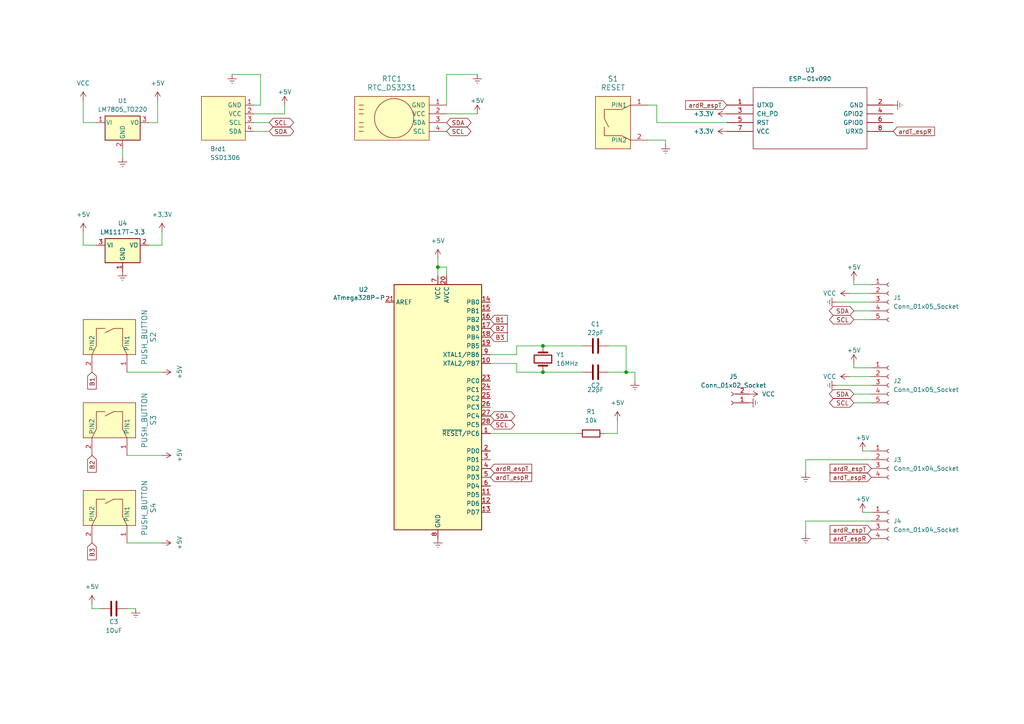
<source format=kicad_sch>
(kicad_sch (version 20230121) (generator eeschema)
  (paper "A4")
  (lib_symbols
    (symbol "Connector:Conn_01x02_Socket" (pin_names (offset 1.016) hide)
      (property "Reference" "J" (at 0 2.54 0))
      (property "Value" "Conn_01x02_Socket" (at 0 -5.08 0))
      (symbol "Conn_01x02_Socket_1_1"
        (arc (start 0 -2.032) (mid -0.5058 -2.54) (end 0 -3.048) (stroke (width 0.1524)))
        (polyline (pts (xy -1.27 -2.54) (xy -0.508 -2.54)) (stroke (width 0.1524)))
        (polyline (pts (xy -1.27 0) (xy -0.508 0)) (stroke (width 0.1524)))
        (arc (start 0 0.508) (mid -0.5058 0) (end 0 -0.508) (stroke (width 0.1524)))
        (pin passive line (at -5.08 0 0) (length 3.81) (name "Pin_1") (number "1"))
        (pin passive line (at -5.08 -2.54 0) (length 3.81) (name "Pin_2") (number "2"))
      )
    )
    (symbol "Connector:Conn_01x04_Socket" (pin_names (offset 1.016) hide)
      (property "Reference" "J" (at 0 5.08 0))
      (property "Value" "Conn_01x04_Socket" (at 0 -7.62 0))
      (symbol "Conn_01x04_Socket_1_1"
        (arc (start 0 -4.572) (mid -0.5058 -5.08) (end 0 -5.588) (stroke (width 0.1524)))
        (arc (start 0 -2.032) (mid -0.5058 -2.54) (end 0 -3.048) (stroke (width 0.1524)))
        (polyline (pts (xy -1.27 -5.08) (xy -0.508 -5.08)) (stroke (width 0.1524)))
        (polyline (pts (xy -1.27 -2.54) (xy -0.508 -2.54)) (stroke (width 0.1524)))
        (polyline (pts (xy -1.27 0) (xy -0.508 0)) (stroke (width 0.1524)))
        (polyline (pts (xy -1.27 2.54) (xy -0.508 2.54)) (stroke (width 0.1524)))
        (arc (start 0 0.508) (mid -0.5058 0) (end 0 -0.508) (stroke (width 0.1524)))
        (arc (start 0 3.048) (mid -0.5058 2.54) (end 0 2.032) (stroke (width 0.1524)))
        (pin passive line (at -5.08 2.54 0) (length 3.81) (name "Pin_1") (number "1"))
        (pin passive line (at -5.08 0 0) (length 3.81) (name "Pin_2") (number "2"))
        (pin passive line (at -5.08 -2.54 0) (length 3.81) (name "Pin_3") (number "3"))
        (pin passive line (at -5.08 -5.08 0) (length 3.81) (name "Pin_4") (number "4"))
      )
    )
    (symbol "Connector:Conn_01x05_Socket" (pin_names (offset 1.016) hide)
      (property "Reference" "J" (at 0 7.62 0))
      (property "Value" "Conn_01x05_Socket" (at 0 -7.62 0))
      (symbol "Conn_01x05_Socket_1_1"
        (arc (start 0 -4.572) (mid -0.5058 -5.08) (end 0 -5.588) (stroke (width 0.1524)))
        (arc (start 0 -2.032) (mid -0.5058 -2.54) (end 0 -3.048) (stroke (width 0.1524)))
        (polyline (pts (xy -1.27 -5.08) (xy -0.508 -5.08)) (stroke (width 0.1524)))
        (polyline (pts (xy -1.27 -2.54) (xy -0.508 -2.54)) (stroke (width 0.1524)))
        (polyline (pts (xy -1.27 0) (xy -0.508 0)) (stroke (width 0.1524)))
        (polyline (pts (xy -1.27 2.54) (xy -0.508 2.54)) (stroke (width 0.1524)))
        (polyline (pts (xy -1.27 5.08) (xy -0.508 5.08)) (stroke (width 0.1524)))
        (arc (start 0 0.508) (mid -0.5058 0) (end 0 -0.508) (stroke (width 0.1524)))
        (arc (start 0 3.048) (mid -0.5058 2.54) (end 0 2.032) (stroke (width 0.1524)))
        (arc (start 0 5.588) (mid -0.5058 5.08) (end 0 4.572) (stroke (width 0.1524)))
        (pin passive line (at -5.08 5.08 0) (length 3.81) (name "Pin_1") (number "1"))
        (pin passive line (at -5.08 2.54 0) (length 3.81) (name "Pin_2") (number "2"))
        (pin passive line (at -5.08 0 0) (length 3.81) (name "Pin_3") (number "3"))
        (pin passive line (at -5.08 -2.54 0) (length 3.81) (name "Pin_4") (number "4"))
        (pin passive line (at -5.08 -5.08 0) (length 3.81) (name "Pin_5") (number "5"))
      )
    )
    (symbol "Device:C" (pin_numbers hide) (pin_names (offset 0.254))
      (property "Reference" "C" (at 0.635 2.54 0))
      (property "Value" "C" (at 0.635 -2.54 0))
      (symbol "C_0_1"
        (polyline (pts (xy -2.032 -0.762) (xy 2.032 -0.762)) (stroke (width 0.508)))
        (polyline (pts (xy -2.032 0.762) (xy 2.032 0.762)) (stroke (width 0.508)))
      )
      (symbol "C_1_1"
        (pin passive line (at 0 3.81 270) (length 2.794) (name "~") (number "1"))
        (pin passive line (at 0 -3.81 90) (length 2.794) (name "~") (number "2"))
      )
    )
    (symbol "Device:Crystal" (pin_numbers hide) (pin_names (offset 1.016) hide)
      (property "Reference" "Y" (at 0 3.81 0))
      (property "Value" "Crystal" (at 0 -3.81 0))
      (symbol "Crystal_0_1"
        (rectangle (start -1.143 2.54) (end 1.143 -2.54) (stroke (width 0.3048)))
        (polyline (pts (xy -2.54 0) (xy -1.905 0)))
        (polyline (pts (xy -1.905 -1.27) (xy -1.905 1.27)) (stroke (width 0.508)))
        (polyline (pts (xy 1.905 -1.27) (xy 1.905 1.27)) (stroke (width 0.508)))
        (polyline (pts (xy 2.54 0) (xy 1.905 0)))
      )
      (symbol "Crystal_1_1"
        (pin passive line (at -3.81 0 0) (length 1.27) (name "1") (number "1"))
        (pin passive line (at 3.81 0 180) (length 1.27) (name "2") (number "2"))
      )
    )
    (symbol "Device:R" (pin_numbers hide) (pin_names (offset 0))
      (property "Reference" "R" (at 2.032 0 90))
      (property "Value" "R" (at 0 0 90))
      (symbol "R_0_1"
        (rectangle (start -1.016 -2.54) (end 1.016 2.54) (stroke (width 0.254)))
      )
      (symbol "R_1_1"
        (pin passive line (at 0 3.81 270) (length 1.27) (name "~") (number "1"))
        (pin passive line (at 0 -3.81 90) (length 1.27) (name "~") (number "2"))
      )
    )
    (symbol "ESP8266:ESP-01v090" (pin_names (offset 1.016))
      (property "Reference" "U" (at 0 -2.54 0))
      (property "Value" "ESP-01v090" (at 0 2.54 0))
      (symbol "ESP-01v090_1_0"
        (rectangle (start -16.51 -8.89) (end 16.51 8.89))
      )
      (symbol "ESP-01v090_1_1"
        (pin output line (at -24.13 3.81 0) (length 7.62) (name "UTXD") (number "1"))
        (pin power_in line (at 24.13 3.81 180) (length 7.62) (name "GND") (number "2"))
        (pin input line (at -24.13 1.27 0) (length 7.62) (name "CH_PD") (number "3"))
        (pin tri_state line (at 24.13 1.27 180) (length 7.62) (name "GPIO2") (number "4"))
        (pin input line (at -24.13 -1.27 0) (length 7.62) (name "RST") (number "5"))
        (pin tri_state line (at 24.13 -1.27 180) (length 7.62) (name "GPIO0") (number "6"))
        (pin power_in line (at -24.13 -3.81 0) (length 7.62) (name "VCC") (number "7"))
        (pin input line (at 24.13 -3.81 180) (length 7.62) (name "URXD") (number "8"))
      )
    )
    (symbol "MCU_Microchip_ATmega:ATmega328P-P"
      (property "Reference" "U" (at -12.7 36.83 0))
      (property "Value" "ATmega328P-P" (at 2.54 -36.83 0))
      (symbol "ATmega328P-P_0_1"
        (rectangle (start -12.7 -35.56) (end 12.7 35.56) (stroke (width 0.254)) (fill (type background)))
      )
      (symbol "ATmega328P-P_1_1"
        (pin bidirectional line (at 15.24 -7.62 180) (length 2.54) (name "~{RESET}/PC6") (number "1"))
        (pin bidirectional line (at 15.24 12.7 180) (length 2.54) (name "XTAL2/PB7") (number "10"))
        (pin bidirectional line (at 15.24 -25.4 180) (length 2.54) (name "PD5") (number "11"))
        (pin bidirectional line (at 15.24 -27.94 180) (length 2.54) (name "PD6") (number "12"))
        (pin bidirectional line (at 15.24 -30.48 180) (length 2.54) (name "PD7") (number "13"))
        (pin bidirectional line (at 15.24 30.48 180) (length 2.54) (name "PB0") (number "14"))
        (pin bidirectional line (at 15.24 27.94 180) (length 2.54) (name "PB1") (number "15"))
        (pin bidirectional line (at 15.24 25.4 180) (length 2.54) (name "PB2") (number "16"))
        (pin bidirectional line (at 15.24 22.86 180) (length 2.54) (name "PB3") (number "17"))
        (pin bidirectional line (at 15.24 20.32 180) (length 2.54) (name "PB4") (number "18"))
        (pin bidirectional line (at 15.24 17.78 180) (length 2.54) (name "PB5") (number "19"))
        (pin bidirectional line (at 15.24 -12.7 180) (length 2.54) (name "PD0") (number "2"))
        (pin power_in line (at 2.54 38.1 270) (length 2.54) (name "AVCC") (number "20"))
        (pin passive line (at -15.24 30.48 0) (length 2.54) (name "AREF") (number "21"))
        (pin passive line (at 0 -38.1 90) (length 2.54) hide (name "GND") (number "22"))
        (pin bidirectional line (at 15.24 7.62 180) (length 2.54) (name "PC0") (number "23"))
        (pin bidirectional line (at 15.24 5.08 180) (length 2.54) (name "PC1") (number "24"))
        (pin bidirectional line (at 15.24 2.54 180) (length 2.54) (name "PC2") (number "25"))
        (pin bidirectional line (at 15.24 0 180) (length 2.54) (name "PC3") (number "26"))
        (pin bidirectional line (at 15.24 -2.54 180) (length 2.54) (name "PC4") (number "27"))
        (pin bidirectional line (at 15.24 -5.08 180) (length 2.54) (name "PC5") (number "28"))
        (pin bidirectional line (at 15.24 -15.24 180) (length 2.54) (name "PD1") (number "3"))
        (pin bidirectional line (at 15.24 -17.78 180) (length 2.54) (name "PD2") (number "4"))
        (pin bidirectional line (at 15.24 -20.32 180) (length 2.54) (name "PD3") (number "5"))
        (pin bidirectional line (at 15.24 -22.86 180) (length 2.54) (name "PD4") (number "6"))
        (pin power_in line (at 0 38.1 270) (length 2.54) (name "VCC") (number "7"))
        (pin power_in line (at 0 -38.1 90) (length 2.54) (name "GND") (number "8"))
        (pin bidirectional line (at 15.24 15.24 180) (length 2.54) (name "XTAL1/PB6") (number "9"))
      )
    )
    (symbol "Regulator_Linear:LM1117T-3.3"
      (property "Reference" "U" (at -3.81 3.175 0))
      (property "Value" "LM1117T-3.3" (at 0 3.175 0))
      (symbol "LM1117T-3.3_0_1"
        (rectangle (start -5.08 -5.08) (end 5.08 1.905) (stroke (width 0.254)) (fill (type background)))
      )
      (symbol "LM1117T-3.3_1_1"
        (pin power_in line (at 0 -7.62 90) (length 2.54) (name "GND") (number "1"))
        (pin power_out line (at 7.62 0 180) (length 2.54) (name "VO") (number "2"))
        (pin power_in line (at -7.62 0 0) (length 2.54) (name "VI") (number "3"))
      )
    )
    (symbol "Regulator_Linear:LM7805_TO220" (pin_names (offset 0.254))
      (property "Reference" "U" (at -3.81 3.175 0))
      (property "Value" "LM7805_TO220" (at 0 3.175 0))
      (symbol "LM7805_TO220_0_1"
        (rectangle (start -5.08 1.905) (end 5.08 -5.08) (stroke (width 0.254)) (fill (type background)))
      )
      (symbol "LM7805_TO220_1_1"
        (pin power_in line (at -7.62 0 0) (length 2.54) (name "VI") (number "1"))
        (pin power_in line (at 0 -7.62 90) (length 2.54) (name "GND") (number "2"))
        (pin power_out line (at 7.62 0 180) (length 2.54) (name "VO") (number "3"))
      )
    )
    (symbol "SSD1306-128x64_OLED:SSD1306" (pin_names (offset 1.016))
      (property "Reference" "Brd" (at 0 -3.81 0))
      (property "Value" "SSD1306" (at 0 -1.27 0))
      (symbol "SSD1306_0_1"
        (rectangle (start -6.35 6.35) (end 6.35 -6.35) (fill (type background)))
      )
      (symbol "SSD1306_1_1"
        (pin input line (at -3.81 8.89 270) (length 2.54) (name "GND") (number "1"))
        (pin input line (at -1.27 8.89 270) (length 2.54) (name "VCC") (number "2"))
        (pin input line (at 1.27 8.89 270) (length 2.54) (name "SCL") (number "3"))
        (pin input line (at 3.81 8.89 270) (length 2.54) (name "SDA") (number "4"))
      )
    )
    (symbol "megasaturnv_custom_components:PUSH_BUTTON" (pin_names (offset 1.016))
      (property "Reference" "S" (at 0 -6.35 0))
      (property "Value" "PUSH_BUTTON" (at 0 -3.81 0))
      (symbol "PUSH_BUTTON_0_1"
        (rectangle (start -7.62 7.62) (end 7.62 -2.54) (fill (type background)))
        (polyline (pts (xy -3.81 5.08) (xy -5.08 7.62)))
        (polyline (pts (xy -1.27 0) (xy 1.27 1.27)))
        (polyline (pts (xy 3.81 5.08) (xy 5.08 7.62)))
        (polyline (pts (xy -3.81 5.08) (xy -3.81 0) (xy -1.27 0)))
        (polyline (pts (xy 1.27 0) (xy 3.81 0) (xy 3.81 5.08)))
      )
      (symbol "PUSH_BUTTON_1_1"
        (pin bidirectional line (at -5.08 12.7 270) (length 5.08) (name "PIN1") (number "1"))
        (pin bidirectional line (at 5.08 12.7 270) (length 5.08) (name "PIN2") (number "2"))
      )
    )
    (symbol "megasaturnv_custom_components:RTC_DS3231" (pin_names (offset 1.016))
      (property "Reference" "RTC" (at 0 -6.35 0))
      (property "Value" "RTC_DS3231" (at 0 8.89 0))
      (symbol "RTC_DS3231_0_1"
        (rectangle (start -11.43 7.62) (end 10.16 -5.08) (fill (type background)))
        (polyline (pts (xy -10.16 -2.54) (xy -8.89 -2.54)))
        (polyline (pts (xy -10.16 -1.27) (xy -8.89 -1.27)))
        (polyline (pts (xy -10.16 0) (xy -8.89 0)))
        (polyline (pts (xy -10.16 2.54) (xy -8.89 2.54)))
        (polyline (pts (xy -10.16 3.81) (xy -8.89 3.81)))
        (polyline (pts (xy -10.16 5.08) (xy -8.89 5.08)))
        (circle (center 0 1.27) (radius 5.6896))
      )
      (symbol "RTC_DS3231_1_1"
        (pin power_in line (at 15.24 5.08 180) (length 5.08) (name "GND") (number "1"))
        (pin power_in line (at 15.24 2.54 180) (length 5.08) (name "VCC") (number "2"))
        (pin bidirectional line (at 15.24 0 180) (length 5.08) (name "SDA") (number "3"))
        (pin input line (at 15.24 -2.54 180) (length 5.08) (name "SCL") (number "4"))
      )
    )
    (symbol "power:+3.3V" (power) (pin_names (offset 0))
      (property "Value" "+3.3V" (at 0 3.556 0))
      (symbol "+3.3V_0_1"
        (polyline (pts (xy -0.762 1.27) (xy 0 2.54)))
        (polyline (pts (xy 0 0) (xy 0 2.54)))
        (polyline (pts (xy 0 2.54) (xy 0.762 1.27)))
      )
      (symbol "+3.3V_1_1"
        (pin power_in line (at 0 0 90) (length 0) hide (name "+3.3V") (number "1"))
      )
    )
    (symbol "power:+5V" (power) (pin_names (offset 0))
      (property "Value" "+5V" (at 0 3.556 0))
      (symbol "+5V_0_1"
        (polyline (pts (xy -0.762 1.27) (xy 0 2.54)))
        (polyline (pts (xy 0 0) (xy 0 2.54)))
        (polyline (pts (xy 0 2.54) (xy 0.762 1.27)))
      )
      (symbol "+5V_1_1"
        (pin power_in line (at 0 0 90) (length 0) hide (name "+5V") (number "1"))
      )
    )
    (symbol "power:Earth" (power) (pin_names (offset 0))
      (symbol "Earth_0_1"
        (polyline (pts (xy -0.635 -1.905) (xy 0.635 -1.905)))
        (polyline (pts (xy -0.127 -2.54) (xy 0.127 -2.54)))
        (polyline (pts (xy 0 -1.27) (xy 0 0)))
        (polyline (pts (xy 1.27 -1.27) (xy -1.27 -1.27)))
      )
      (symbol "Earth_1_1"
        (pin power_in line (at 0 0 270) (length 0) hide (name "Earth") (number "1"))
      )
    )
    (symbol "power:VCC" (power) (pin_names (offset 0))
      (property "Value" "VCC" (at 0 3.81 0))
      (symbol "VCC_0_1"
        (polyline (pts (xy -0.762 1.27) (xy 0 2.54)))
        (polyline (pts (xy 0 0) (xy 0 2.54)))
        (polyline (pts (xy 0 2.54) (xy 0.762 1.27)))
      )
      (symbol "VCC_1_1"
        (pin power_in line (at 0 0 90) (length 0) hide (name "VCC") (number "1"))
      )
    )
  )
  (junction (at 127 77.47))
  (junction (at 157.48 100.33))
  (junction (at 181.61 107.95))
  (junction (at 157.48 107.95))
  (wire (pts (xy 242.57 111.76) (xy 252.73 111.76)))
  (wire (pts (xy 127 74.93) (xy 127 77.47)))
  (wire (pts (xy 250.19 130.81) (xy 252.73 130.81)))
  (wire (pts (xy 247.65 105.41) (xy 247.65 106.68)))
  (wire (pts (xy 26.67 176.53) (xy 29.21 176.53)))
  (wire (pts (xy 138.43 21.59) (xy 129.54 21.59)))
  (wire (pts (xy 233.68 133.35) (xy 252.73 133.35)))
  (wire (pts (xy 36.83 176.53) (xy 39.37 176.53)))
  (wire (pts (xy 82.55 33.02) (xy 73.66 33.02)))
  (wire (pts (xy 46.99 107.95) (xy 36.83 107.95)))
  (wire (pts (xy 67.31 21.59) (xy 75.565 21.59)))
  (wire (pts (xy 247.65 114.3) (xy 252.73 114.3)))
  (wire (pts (xy 190.5 35.56) (xy 210.82 35.56)))
  (wire (pts (xy 190.5 30.48) (xy 190.5 35.56)))
  (wire (pts (xy 127 77.47) (xy 127 80.01)))
  (wire (pts (xy 179.07 125.73) (xy 179.07 121.92)))
  (wire (pts (xy 26.67 175.26) (xy 26.67 176.53)))
  (wire (pts (xy 149.86 105.41) (xy 142.24 105.41)))
  (wire (pts (xy 24.13 29.21) (xy 24.13 35.56)))
  (wire (pts (xy 45.72 29.21) (xy 45.72 35.56)))
  (wire (pts (xy 247.65 116.84) (xy 252.73 116.84)))
  (wire (pts (xy 247.65 82.55) (xy 252.73 82.55)))
  (wire (pts (xy 149.86 107.95) (xy 149.86 105.41)))
  (wire (pts (xy 187.96 30.48) (xy 190.5 30.48)))
  (wire (pts (xy 129.54 21.59) (xy 129.54 30.48)))
  (wire (pts (xy 157.48 100.33) (xy 168.91 100.33)))
  (wire (pts (xy 35.56 45.72) (xy 35.56 43.18)))
  (wire (pts (xy 46.99 157.48) (xy 36.83 157.48)))
  (wire (pts (xy 75.565 21.59) (xy 75.565 30.48)))
  (wire (pts (xy 138.43 33.02) (xy 129.54 33.02)))
  (wire (pts (xy 184.15 107.95) (xy 184.15 110.49)))
  (wire (pts (xy 157.48 107.95) (xy 168.91 107.95)))
  (wire (pts (xy 149.86 100.33) (xy 149.86 102.87)))
  (wire (pts (xy 149.86 102.87) (xy 142.24 102.87)))
  (wire (pts (xy 246.38 109.22) (xy 252.73 109.22)))
  (wire (pts (xy 149.86 107.95) (xy 157.48 107.95)))
  (wire (pts (xy 176.53 100.33) (xy 181.61 100.33)))
  (wire (pts (xy 176.53 107.95) (xy 181.61 107.95)))
  (wire (pts (xy 73.66 35.56) (xy 78.105 35.56)))
  (wire (pts (xy 184.15 107.95) (xy 181.61 107.95)))
  (wire (pts (xy 242.57 87.63) (xy 252.73 87.63)))
  (wire (pts (xy 247.65 106.68) (xy 252.73 106.68)))
  (wire (pts (xy 250.19 148.59) (xy 252.73 148.59)))
  (wire (pts (xy 46.99 67.31) (xy 46.99 71.12)))
  (wire (pts (xy 233.68 137.16) (xy 233.68 133.35)))
  (wire (pts (xy 233.68 154.94) (xy 233.68 151.13)))
  (wire (pts (xy 247.65 81.28) (xy 247.65 82.55)))
  (wire (pts (xy 181.61 100.33) (xy 181.61 107.95)))
  (wire (pts (xy 246.38 85.09) (xy 252.73 85.09)))
  (wire (pts (xy 75.565 30.48) (xy 73.66 30.48)))
  (wire (pts (xy 46.99 132.08) (xy 36.83 132.08)))
  (wire (pts (xy 129.54 77.47) (xy 127 77.47)))
  (wire (pts (xy 24.13 71.12) (xy 27.94 71.12)))
  (wire (pts (xy 73.66 38.1) (xy 78.105 38.1)))
  (wire (pts (xy 175.26 125.73) (xy 179.07 125.73)))
  (wire (pts (xy 24.13 67.31) (xy 24.13 71.12)))
  (wire (pts (xy 193.04 41.91) (xy 193.04 40.64)))
  (wire (pts (xy 247.65 90.17) (xy 252.73 90.17)))
  (wire (pts (xy 129.54 80.01) (xy 129.54 77.47)))
  (wire (pts (xy 233.68 151.13) (xy 252.73 151.13)))
  (wire (pts (xy 82.55 30.48) (xy 82.55 33.02)))
  (wire (pts (xy 149.86 100.33) (xy 157.48 100.33)))
  (wire (pts (xy 193.04 40.64) (xy 187.96 40.64)))
  (wire (pts (xy 45.72 35.56) (xy 43.18 35.56)))
  (wire (pts (xy 46.99 71.12) (xy 43.18 71.12)))
  (wire (pts (xy 142.24 125.73) (xy 167.64 125.73)))
  (wire (pts (xy 247.65 92.71) (xy 252.73 92.71)))
  (wire (pts (xy 24.13 35.56) (xy 27.94 35.56)))
  (global_label "ardT_espR" (shape input) (at 252.73 138.43 180) (property "Intersheetrefs" "${INTERSHEET_REFS}" (effects hide)))
  (global_label "SDA" (shape bidirectional) (at 129.54 35.56 0) (property "Intersheetrefs" "${INTERSHEET_REFS}" (effects hide)))
  (global_label "B3" (shape input) (at 26.67 157.48 270) (property "Intersheetrefs" "${INTERSHEET_REFS}" (effects hide)))
  (global_label "ardR_espT" (shape input) (at 142.24 135.89 0) (property "Intersheetrefs" "${INTERSHEET_REFS}" (effects hide)))
  (global_label "SCL" (shape bidirectional) (at 129.54 38.1 0) (property "Intersheetrefs" "${INTERSHEET_REFS}" (effects hide)))
  (global_label "SCL" (shape bidirectional) (at 247.65 116.84 180) (property "Intersheetrefs" "${INTERSHEET_REFS}" (effects hide)))
  (global_label "ardT_espR" (shape input) (at 252.73 156.21 180) (property "Intersheetrefs" "${INTERSHEET_REFS}" (effects hide)))
  (global_label "ardR_espT" (shape input) (at 210.82 30.48 180) (property "Intersheetrefs" "${INTERSHEET_REFS}" (effects hide)))
  (global_label "SCL" (shape bidirectional) (at 78.105 35.56 0) (property "Intersheetrefs" "${INTERSHEET_REFS}" (effects hide)))
  (global_label "SCL" (shape bidirectional) (at 247.65 92.71 180) (property "Intersheetrefs" "${INTERSHEET_REFS}" (effects hide)))
  (global_label "ardR_espT" (shape input) (at 252.73 135.89 180) (property "Intersheetrefs" "${INTERSHEET_REFS}" (effects hide)))
  (global_label "B3" (shape input) (at 142.24 97.79 0) (property "Intersheetrefs" "${INTERSHEET_REFS}" (effects hide)))
  (global_label "SDA" (shape bidirectional) (at 142.24 120.65 0) (property "Intersheetrefs" "${INTERSHEET_REFS}" (effects hide)))
  (global_label "ardT_espR" (shape input) (at 142.24 138.43 0) (property "Intersheetrefs" "${INTERSHEET_REFS}" (effects hide)))
  (global_label "SDA" (shape bidirectional) (at 247.65 90.17 180) (property "Intersheetrefs" "${INTERSHEET_REFS}" (effects hide)))
  (global_label "SCL" (shape bidirectional) (at 142.24 123.19 0) (property "Intersheetrefs" "${INTERSHEET_REFS}" (effects hide)))
  (global_label "ardR_espT" (shape input) (at 252.73 153.67 180) (property "Intersheetrefs" "${INTERSHEET_REFS}" (effects hide)))
  (global_label "B2" (shape input) (at 142.24 95.25 0) (property "Intersheetrefs" "${INTERSHEET_REFS}" (effects hide)))
  (global_label "ardT_espR" (shape input) (at 259.08 38.1 0) (property "Intersheetrefs" "${INTERSHEET_REFS}" (effects hide)))
  (global_label "B2" (shape input) (at 26.67 132.08 270) (property "Intersheetrefs" "${INTERSHEET_REFS}" (effects hide)))
  (global_label "SDA" (shape bidirectional) (at 78.105 38.1 0) (property "Intersheetrefs" "${INTERSHEET_REFS}" (effects hide)))
  (global_label "B1" (shape input) (at 142.24 92.71 0) (property "Intersheetrefs" "${INTERSHEET_REFS}" (effects hide)))
  (global_label "SDA" (shape bidirectional) (at 247.65 114.3 180) (property "Intersheetrefs" "${INTERSHEET_REFS}" (effects hide)))
  (global_label "B1" (shape input) (at 26.67 107.95 270) (property "Intersheetrefs" "${INTERSHEET_REFS}" (effects hide)))
  (symbol (lib_id "megasaturnv_custom_components:PUSH_BUTTON") (at 31.75 95.25 180) (unit 1)
    (property "Reference" "S2" (at 44.45 97.79 90) (effects (font (size 1.524 1.524))))
    (property "Value" "PUSH_BUTTON" (at 41.91 97.79 90) (effects (font (size 1.524 1.524))))
    (property "Footprint" "Buttons_Switches_THT.pretty-master:SW_PUSH_6mm_h5mm" (effects hide))
  )
  (symbol (lib_id "power:Earth") (at 233.68 154.94 0) (unit 1)
    (property "Reference" "#PWR024" (effects hide))
    (property "Value" "Earth" (effects hide))
  )
  (symbol (lib_id "power:+3.3V") (at 46.99 67.31 0) (unit 1)
    (property "Reference" "#PWR019" (effects hide))
    (property "Value" "+3.3V" (at 46.99 62.23 0))
  )
  (symbol (lib_id "power:Earth") (at 242.57 111.76 270) (unit 1)
    (property "Reference" "#PWR016" (effects hide))
    (property "Value" "Earth" (effects hide))
  )
  (symbol (lib_id "Device:C") (at 172.72 100.33 90) (unit 1)
    (property "Reference" "C1" (at 172.72 93.98 90))
    (property "Value" "22pF" (at 172.72 96.52 90))
    (property "Footprint" "Capacitor_THT:C_Disc_D5.1mm_W3.2mm_P5.00mm" (effects hide))
  )
  (symbol (lib_id "Regulator_Linear:LM7805_TO220") (at 35.56 35.56 0) (unit 1)
    (property "Reference" "U1" (at 35.56 29.21 0))
    (property "Value" "LM7805_TO220" (at 35.56 31.75 0))
    (property "Footprint" "Package_TO_SOT_THT:TO-220-3_Horizontal_TabDown" (effects hide))
    (property "Datasheet" "https://www.onsemi.cn/PowerSolutions/document/MC7800-D.PDF" (effects hide))
  )
  (symbol (lib_id "Device:C") (at 172.72 107.95 90) (unit 1)
    (property "Reference" "C2" (at 172.72 111.76 90))
    (property "Value" "22pF" (at 172.72 113.03 90))
    (property "Footprint" "Capacitor_THT:C_Disc_D5.1mm_W3.2mm_P5.00mm" (effects hide))
  )
  (symbol (lib_id "Connector:Conn_01x05_Socket") (at 257.81 87.63 0) (unit 1)
    (property "Reference" "J1" (at 259.08 86.36 0) (effects (justify left)))
    (property "Value" "Conn_01x05_Socket" (at 259.08 88.9 0) (effects (justify left)))
    (property "Footprint" "Connector_JST:JST_PH_B5B-PH-K_1x05_P2.00mm_Vertical" (effects hide))
  )
  (symbol (lib_id "power:+5V") (at 46.99 107.95 270) (unit 1)
    (property "Reference" "#PWR027" (effects hide))
    (property "Value" "+5V" (at 52.07 107.95 0))
  )
  (symbol (lib_id "power:Earth") (at 67.31 21.59 0) (unit 1)
    (property "Reference" "#PWR08" (effects hide))
    (property "Value" "Earth" (effects hide))
  )
  (symbol (lib_id "power:VCC") (at 217.17 114.3 270) (unit 1)
    (property "Reference" "#PWR034" (effects hide))
    (property "Value" "VCC" (at 220.98 114.3 90) (effects (justify left)))
  )
  (symbol (lib_id "power:+5V") (at 24.13 67.31 0) (unit 1)
    (property "Reference" "#PWR018" (effects hide))
    (property "Value" "+5V" (at 24.13 62.23 0))
  )
  (symbol (lib_id "Connector:Conn_01x02_Socket") (at 212.09 116.84 180) (unit 1)
    (property "Reference" "J5" (at 212.725 109.22 0))
    (property "Value" "Conn_01x02_Socket" (at 212.725 111.76 0))
  )
  (symbol (lib_id "power:VCC") (at 246.38 109.22 90) (unit 1)
    (property "Reference" "#PWR031" (effects hide))
    (property "Value" "VCC" (at 242.57 109.22 90) (effects (justify left)))
  )
  (symbol (lib_id "Regulator_Linear:LM1117T-3.3") (at 35.56 71.12 0) (unit 1)
    (property "Reference" "U4" (at 35.56 64.77 0))
    (property "Value" "LM1117T-3.3" (at 35.56 67.31 0))
    (property "Footprint" "Package_TO_SOT_THT:TO-220-3_Horizontal_TabDown" (effects hide))
    (property "Datasheet" "http://www.ti.com/lit/ds/symlink/lm1117.pdf" (effects hide))
  )
  (symbol (lib_id "MCU_Microchip_ATmega:ATmega328P-P") (at 127 118.11 0) (unit 1)
    (property "Reference" "U2" (at 105.41 83.9821 0))
    (property "Value" "ATmega328P-P" (at 104.14 86.36 0))
    (property "Footprint" "Package_DIP:DIP-28_W7.62mm" (effects hide))
    (property "Datasheet" "http://ww1.microchip.com/downloads/en/DeviceDoc/ATmega328_P%20AVR%20MCU%20with%20picoPower%20Technology%20Data%20Sheet%2040001984A.pdf" (effects hide))
  )
  (symbol (lib_id "power:Earth") (at 39.37 176.53 0) (unit 1)
    (property "Reference" "#PWR032" (effects hide))
    (property "Value" "Earth" (effects hide))
  )
  (symbol (lib_id "power:+5V") (at 250.19 130.81 0) (unit 1)
    (property "Reference" "#PWR022" (effects hide))
    (property "Value" "+5V" (at 250.19 127 0))
  )
  (symbol (lib_id "power:Earth") (at 127 156.21 0) (unit 1)
    (property "Reference" "#PWR02" (effects hide))
    (property "Value" "Earth" (effects hide))
  )
  (symbol (lib_id "Connector:Conn_01x05_Socket") (at 257.81 111.76 0) (unit 1)
    (property "Reference" "J2" (at 259.08 110.49 0) (effects (justify left)))
    (property "Value" "Conn_01x05_Socket" (at 259.08 113.03 0) (effects (justify left)))
    (property "Footprint" "Connector_JST:JST_PH_B5B-PH-K_1x05_P2.00mm_Vertical" (effects hide))
  )
  (symbol (lib_id "power:+5V") (at 138.43 33.02 0) (unit 1)
    (property "Reference" "#PWR010" (effects hide))
    (property "Value" "+5V" (at 138.43 29.21 0))
  )
  (symbol (lib_id "power:+5V") (at 179.07 121.92 0) (unit 1)
    (property "Reference" "#PWR01" (effects hide))
    (property "Value" "+5V" (at 179.07 116.84 0))
  )
  (symbol (lib_id "SSD1306-128x64_OLED:SSD1306") (at 64.77 34.29 270) (unit 1)
    (property "Reference" "Brd1" (at 60.96 43.18 90) (effects (justify left)))
    (property "Value" "SSD1306" (at 60.96 45.72 90) (effects (justify left)))
    (property "Footprint" "SSD1306:128x64OLED" (effects hide))
  )
  (symbol (lib_id "Connector:Conn_01x04_Socket") (at 257.81 151.13 0) (unit 1)
    (property "Reference" "J4" (at 259.08 151.13 0) (effects (justify left)))
    (property "Value" "Conn_01x04_Socket" (at 259.08 153.67 0) (effects (justify left)))
    (property "Footprint" "Connector_JST:JST_PH_B4B-PH-K_1x04_P2.00mm_Vertical" (effects hide))
  )
  (symbol (lib_id "Connector:Conn_01x04_Socket") (at 257.81 133.35 0) (unit 1)
    (property "Reference" "J3" (at 259.08 133.35 0) (effects (justify left)))
    (property "Value" "Conn_01x04_Socket" (at 259.08 135.89 0) (effects (justify left)))
    (property "Footprint" "Connector_JST:JST_PH_B4B-PH-K_1x04_P2.00mm_Vertical" (effects hide))
  )
  (symbol (lib_id "megasaturnv_custom_components:PUSH_BUTTON") (at 175.26 35.56 270) (unit 1)
    (property "Reference" "S1" (at 177.8 22.86 90) (effects (font (size 1.524 1.524))))
    (property "Value" "RESET" (at 177.8 25.4 90) (effects (font (size 1.524 1.524))))
    (property "Footprint" "Buttons_Switches_THT.pretty-master:SW_PUSH_6mm_h5mm" (effects hide))
  )
  (symbol (lib_id "power:+5V") (at 46.99 157.48 270) (unit 1)
    (property "Reference" "#PWR029" (effects hide))
    (property "Value" "+5V" (at 52.07 157.48 0))
  )
  (symbol (lib_id "megasaturnv_custom_components:PUSH_BUTTON") (at 31.75 144.78 180) (unit 1)
    (property "Reference" "S4" (at 44.45 147.32 90) (effects (font (size 1.524 1.524))))
    (property "Value" "PUSH_BUTTON" (at 41.91 147.32 90) (effects (font (size 1.524 1.524))))
    (property "Footprint" "Buttons_Switches_THT.pretty-master:SW_PUSH_6mm_h5mm" (effects hide))
  )
  (symbol (lib_id "power:+5V") (at 45.72 29.21 0) (unit 1)
    (property "Reference" "#PWR06" (effects hide))
    (property "Value" "+5V" (at 45.72 24.13 0))
  )
  (symbol (lib_id "power:+5V") (at 250.19 148.59 0) (unit 1)
    (property "Reference" "#PWR025" (effects hide))
    (property "Value" "+5V" (at 250.19 144.78 0))
  )
  (symbol (lib_id "power:+5V") (at 247.65 105.41 0) (unit 1)
    (property "Reference" "#PWR017" (effects hide))
    (property "Value" "+5V" (at 247.65 101.6 0))
  )
  (symbol (lib_id "power:Earth") (at 35.56 45.72 0) (unit 1)
    (property "Reference" "#PWR04" (effects hide))
    (property "Value" "Earth" (effects hide))
  )
  (symbol (lib_id "power:VCC") (at 246.38 85.09 90) (unit 1)
    (property "Reference" "#PWR015" (effects hide))
    (property "Value" "VCC" (at 242.57 85.09 90) (effects (justify left)))
  )
  (symbol (lib_id "power:+5V") (at 247.65 81.28 0) (unit 1)
    (property "Reference" "#PWR030" (effects hide))
    (property "Value" "+5V" (at 247.65 77.47 0))
  )
  (symbol (lib_id "power:+5V") (at 82.55 30.48 0) (unit 1)
    (property "Reference" "#PWR09" (effects hide))
    (property "Value" "+5V" (at 82.55 26.67 0))
  )
  (symbol (lib_id "power:+5V") (at 26.67 175.26 0) (unit 1)
    (property "Reference" "#PWR033" (effects hide))
    (property "Value" "+5V" (at 26.67 170.18 0))
  )
  (symbol (lib_id "power:+3.3V") (at 210.82 33.02 90) (unit 1)
    (property "Reference" "#PWR021" (effects hide))
    (property "Value" "+3.3V" (at 207.01 33.02 90) (effects (justify left)))
  )
  (symbol (lib_id "ESP8266:ESP-01v090") (at 234.95 34.29 0) (unit 1)
    (property "Reference" "U3" (at 234.95 20.32 0))
    (property "Value" "ESP-01v090" (at 234.95 22.86 0))
    (property "Footprint" "ESP8266:ESP-01" (effects hide))
    (property "Datasheet" "http://l0l.org.uk/2014/12/esp8266-modules-hardware-guide-gotta-catch-em-all/" (effects hide))
  )
  (symbol (lib_id "power:+3.3V") (at 210.82 38.1 90) (unit 1)
    (property "Reference" "#PWR020" (effects hide))
    (property "Value" "+3.3V" (at 207.01 38.1 90) (effects (justify left)))
  )
  (symbol (lib_id "power:Earth") (at 193.04 41.91 0) (unit 1)
    (property "Reference" "#PWR026" (effects hide))
    (property "Value" "Earth" (effects hide))
  )
  (symbol (lib_id "Device:R") (at 171.45 125.73 90) (unit 1)
    (property "Reference" "R1" (at 171.45 119.38 90))
    (property "Value" "10k" (at 171.45 121.92 90))
    (property "Footprint" "Resistor_THT:R_Axial_DIN0207_L6.3mm_D2.5mm_P10.16mm_Horizontal" (effects hide))
  )
  (symbol (lib_id "megasaturnv_custom_components:RTC_DS3231") (at 114.3 35.56 0) (unit 1)
    (property "Reference" "RTC1" (at 113.665 22.86 0) (effects (font (size 1.524 1.524))))
    (property "Value" "RTC_DS3231" (at 113.665 25.4 0) (effects (font (size 1.524 1.524))))
    (property "Footprint" "megasaturnv_custom_components:RTC_DS3231" (effects hide))
  )
  (symbol (lib_id "megasaturnv_custom_components:PUSH_BUTTON") (at 31.75 119.38 180) (unit 1)
    (property "Reference" "S3" (at 44.45 121.92 90) (effects (font (size 1.524 1.524))))
    (property "Value" "PUSH_BUTTON" (at 41.91 121.92 90) (effects (font (size 1.524 1.524))))
    (property "Footprint" "Buttons_Switches_THT.pretty-master:SW_PUSH_6mm_h5mm" (effects hide))
  )
  (symbol (lib_id "power:Earth") (at 35.56 78.74 0) (unit 1)
    (property "Reference" "#PWR012" (effects hide))
    (property "Value" "Earth" (effects hide))
  )
  (symbol (lib_id "Device:Crystal") (at 157.48 104.14 90) (unit 1)
    (property "Reference" "Y1" (at 161.29 102.87 90) (effects (justify right)))
    (property "Value" "16MHz" (at 161.29 105.41 90) (effects (justify right)))
    (property "Footprint" "Crystal:Crystal_HC49-U_Vertical" (effects hide))
  )
  (symbol (lib_id "power:+5V") (at 127 74.93 0) (unit 1)
    (property "Reference" "#PWR07" (effects hide))
    (property "Value" "+5V" (at 127 69.85 0))
  )
  (symbol (lib_id "Device:C") (at 33.02 176.53 90) (unit 1)
    (property "Reference" "C3" (at 33.02 180.34 90))
    (property "Value" "10uF" (at 33.02 182.88 90))
    (property "Footprint" "Capacitor_THT:C_Disc_D5.1mm_W3.2mm_P5.00mm" (effects hide))
  )
  (symbol (lib_id "power:Earth") (at 233.68 137.16 0) (unit 1)
    (property "Reference" "#PWR023" (effects hide))
    (property "Value" "Earth" (effects hide))
  )
  (symbol (lib_id "power:+5V") (at 46.99 132.08 270) (unit 1)
    (property "Reference" "#PWR028" (effects hide))
    (property "Value" "+5V" (at 52.07 132.08 0))
  )
  (symbol (lib_id "power:Earth") (at 259.08 30.48 90) (unit 1)
    (property "Reference" "#PWR013" (effects hide))
    (property "Value" "Earth" (effects hide))
  )
  (symbol (lib_id "power:Earth") (at 242.57 87.63 270) (unit 1)
    (property "Reference" "#PWR014" (effects hide))
    (property "Value" "Earth" (effects hide))
  )
  (symbol (lib_id "power:Earth") (at 184.15 110.49 0) (unit 1)
    (property "Reference" "#PWR03" (effects hide))
    (property "Value" "Earth" (effects hide))
  )
  (symbol (lib_id "power:VCC") (at 24.13 29.21 0) (unit 1)
    (property "Reference" "#PWR05" (effects hide))
    (property "Value" "VCC" (at 24.13 24.13 0))
  )
  (symbol (lib_id "power:Earth") (at 217.17 116.84 90) (unit 1)
    (property "Reference" "#PWR035" (effects hide))
    (property "Value" "Earth" (effects hide))
  )
  (symbol (lib_id "power:Earth") (at 138.43 21.59 0) (unit 1)
    (property "Reference" "#PWR011" (effects hide))
    (property "Value" "Earth" (effects hide))
  )
)
</source>
